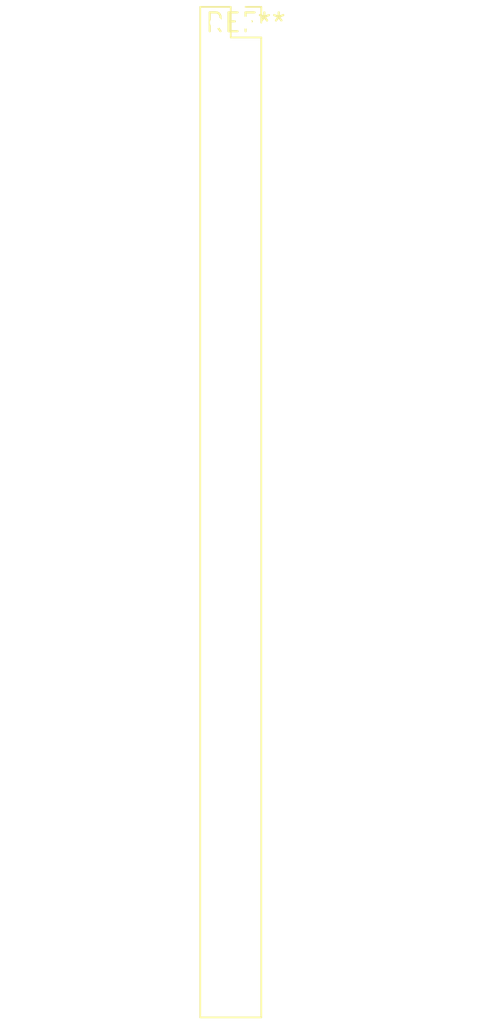
<source format=kicad_pcb>
(kicad_pcb (version 20240108) (generator pcbnew)
  (layers (0 "F.Cu" signal) (31 "B.Cu" signal) (34 "B.Paste" user) (35 "F.Paste" user) (36 "B.SilkS" user "B.Silkscreen") (37 "F.SilkS" user "F.Silkscreen") (38 "B.Mask" user) (39 "F.Mask" user) (44 "Edge.Cuts" user))
  (net 0 "")
  (footprint "PinSocket_2x34_P2.00mm_Vertical" (layer "F.Cu") (at 0 0)
    (property "Reference" "REF**")
    (property "Value" "PinSocket_2x34_P2.00mm_Vertical")
    (fp_line (start -3.06 -1.06) (end -3.06 67.06) (layer "F.SilkS") (stroke (width 0.12)))
    (fp_line (start -3.06 -1.06) (end -1 -1.06) (layer "F.SilkS") (stroke (width 0.12)))
    (fp_line (start -3.06 67.06) (end 1.06 67.06) (layer "F.SilkS") (stroke (width 0.12)))
    (fp_line (start -1 -1.06) (end -1 1) (layer "F.SilkS") (stroke (width 0.12)))
    (fp_line (start -1 1) (end 1.06 1) (layer "F.SilkS") (stroke (width 0.12)))
    (fp_line (start 0 -1.06) (end 1.06 -1.06) (layer "F.SilkS") (stroke (width 0.12)))
    (fp_line (start 1.06 -1.06) (end 1.06 0) (layer "F.SilkS") (stroke (width 0.12)))
    (fp_line (start 1.06 1) (end 1.06 67.06) (layer "F.SilkS") (stroke (width 0.12)))
    (pad "1" thru_hole rect (at 0 0) (size 1.35 1.35) (drill 0.8) (layers *.Cu *.Mask) (remove_unused_layers))
    (pad "2" thru_hole oval (at -2 0) (size 1.35 1.35) (drill 0.8) (layers *.Cu *.Mask) (remove_unused_layers))
    (pad "3" thru_hole oval (at 0 2) (size 1.35 1.35) (drill 0.8) (layers *.Cu *.Mask) (remove_unused_layers))
    (pad "4" thru_hole oval (at -2 2) (size 1.35 1.35) (drill 0.8) (layers *.Cu *.Mask) (remove_unused_layers))
    (pad "5" thru_hole oval (at 0 4) (size 1.35 1.35) (drill 0.8) (layers *.Cu *.Mask) (remove_unused_layers))
    (pad "6" thru_hole oval (at -2 4) (size 1.35 1.35) (drill 0.8) (layers *.Cu *.Mask) (remove_unused_layers))
    (pad "7" thru_hole oval (at 0 6) (size 1.35 1.35) (drill 0.8) (layers *.Cu *.Mask) (remove_unused_layers))
    (pad "8" thru_hole oval (at -2 6) (size 1.35 1.35) (drill 0.8) (layers *.Cu *.Mask) (remove_unused_layers))
    (pad "9" thru_hole oval (at 0 8) (size 1.35 1.35) (drill 0.8) (layers *.Cu *.Mask) (remove_unused_layers))
    (pad "10" thru_hole oval (at -2 8) (size 1.35 1.35) (drill 0.8) (layers *.Cu *.Mask) (remove_unused_layers))
    (pad "11" thru_hole oval (at 0 10) (size 1.35 1.35) (drill 0.8) (layers *.Cu *.Mask) (remove_unused_layers))
    (pad "12" thru_hole oval (at -2 10) (size 1.35 1.35) (drill 0.8) (layers *.Cu *.Mask) (remove_unused_layers))
    (pad "13" thru_hole oval (at 0 12) (size 1.35 1.35) (drill 0.8) (layers *.Cu *.Mask) (remove_unused_layers))
    (pad "14" thru_hole oval (at -2 12) (size 1.35 1.35) (drill 0.8) (layers *.Cu *.Mask) (remove_unused_layers))
    (pad "15" thru_hole oval (at 0 14) (size 1.35 1.35) (drill 0.8) (layers *.Cu *.Mask) (remove_unused_layers))
    (pad "16" thru_hole oval (at -2 14) (size 1.35 1.35) (drill 0.8) (layers *.Cu *.Mask) (remove_unused_layers))
    (pad "17" thru_hole oval (at 0 16) (size 1.35 1.35) (drill 0.8) (layers *.Cu *.Mask) (remove_unused_layers))
    (pad "18" thru_hole oval (at -2 16) (size 1.35 1.35) (drill 0.8) (layers *.Cu *.Mask) (remove_unused_layers))
    (pad "19" thru_hole oval (at 0 18) (size 1.35 1.35) (drill 0.8) (layers *.Cu *.Mask) (remove_unused_layers))
    (pad "20" thru_hole oval (at -2 18) (size 1.35 1.35) (drill 0.8) (layers *.Cu *.Mask) (remove_unused_layers))
    (pad "21" thru_hole oval (at 0 20) (size 1.35 1.35) (drill 0.8) (layers *.Cu *.Mask) (remove_unused_layers))
    (pad "22" thru_hole oval (at -2 20) (size 1.35 1.35) (drill 0.8) (layers *.Cu *.Mask) (remove_unused_layers))
    (pad "23" thru_hole oval (at 0 22) (size 1.35 1.35) (drill 0.8) (layers *.Cu *.Mask) (remove_unused_layers))
    (pad "24" thru_hole oval (at -2 22) (size 1.35 1.35) (drill 0.8) (layers *.Cu *.Mask) (remove_unused_layers))
    (pad "25" thru_hole oval (at 0 24) (size 1.35 1.35) (drill 0.8) (layers *.Cu *.Mask) (remove_unused_layers))
    (pad "26" thru_hole oval (at -2 24) (size 1.35 1.35) (drill 0.8) (layers *.Cu *.Mask) (remove_unused_layers))
    (pad "27" thru_hole oval (at 0 26) (size 1.35 1.35) (drill 0.8) (layers *.Cu *.Mask) (remove_unused_layers))
    (pad "28" thru_hole oval (at -2 26) (size 1.35 1.35) (drill 0.8) (layers *.Cu *.Mask) (remove_unused_layers))
    (pad "29" thru_hole oval (at 0 28) (size 1.35 1.35) (drill 0.8) (layers *.Cu *.Mask) (remove_unused_layers))
    (pad "30" thru_hole oval (at -2 28) (size 1.35 1.35) (drill 0.8) (layers *.Cu *.Mask) (remove_unused_layers))
    (pad "31" thru_hole oval (at 0 30) (size 1.35 1.35) (drill 0.8) (layers *.Cu *.Mask) (remove_unused_layers))
    (pad "32" thru_hole oval (at -2 30) (size 1.35 1.35) (drill 0.8) (layers *.Cu *.Mask) (remove_unused_layers))
    (pad "33" thru_hole oval (at 0 32) (size 1.35 1.35) (drill 0.8) (layers *.Cu *.Mask) (remove_unused_layers))
    (pad "34" thru_hole oval (at -2 32) (size 1.35 1.35) (drill 0.8) (layers *.Cu *.Mask) (remove_unused_layers))
    (pad "35" thru_hole oval (at 0 34) (size 1.35 1.35) (drill 0.8) (layers *.Cu *.Mask) (remove_unused_layers))
    (pad "36" thru_hole oval (at -2 34) (size 1.35 1.35) (drill 0.8) (layers *.Cu *.Mask) (remove_unused_layers))
    (pad "37" thru_hole oval (at 0 36) (size 1.35 1.35) (drill 0.8) (layers *.Cu *.Mask) (remove_unused_layers))
    (pad "38" thru_hole oval (at -2 36) (size 1.35 1.35) (drill 0.8) (layers *.Cu *.Mask) (remove_unused_layers))
    (pad "39" thru_hole oval (at 0 38) (size 1.35 1.35) (drill 0.8) (layers *.Cu *.Mask) (remove_unused_layers))
    (pad "40" thru_hole oval (at -2 38) (size 1.35 1.35) (drill 0.8) (layers *.Cu *.Mask) (remove_unused_layers))
    (pad "41" thru_hole oval (at 0 40) (size 1.35 1.35) (drill 0.8) (layers *.Cu *.Mask) (remove_unused_layers))
    (pad "42" thru_hole oval (at -2 40) (size 1.35 1.35) (drill 0.8) (layers *.Cu *.Mask) (remove_unused_layers))
    (pad "43" thru_hole oval (at 0 42) (size 1.35 1.35) (drill 0.8) (layers *.Cu *.Mask) (remove_unused_layers))
    (pad "44" thru_hole oval (at -2 42) (size 1.35 1.35) (drill 0.8) (layers *.Cu *.Mask) (remove_unused_layers))
    (pad "45" thru_hole oval (at 0 44) (size 1.35 1.35) (drill 0.8) (layers *.Cu *.Mask) (remove_unused_layers))
    (pad "46" thru_hole oval (at -2 44) (size 1.35 1.35) (drill 0.8) (layers *.Cu *.Mask) (remove_unused_layers))
    (pad "47" thru_hole oval (at 0 46) (size 1.35 1.35) (drill 0.8) (layers *.Cu *.Mask) (remove_unused_layers))
    (pad "48" thru_hole oval (at -2 46) (size 1.35 1.35) (drill 0.8) (layers *.Cu *.Mask) (remove_unused_layers))
    (pad "49" thru_hole oval (at 0 48) (size 1.35 1.35) (drill 0.8) (layers *.Cu *.Mask) (remove_unused_layers))
    (pad "50" thru_hole oval (at -2 48) (size 1.35 1.35) (drill 0.8) (layers *.Cu *.Mask) (remove_unused_layers))
    (pad "51" thru_hole oval (at 0 50) (size 1.35 1.35) (drill 0.8) (layers *.Cu *.Mask) (remove_unused_layers))
    (pad "52" thru_hole oval (at -2 50) (size 1.35 1.35) (drill 0.8) (layers *.Cu *.Mask) (remove_unused_layers))
    (pad "53" thru_hole oval (at 0 52) (size 1.35 1.35) (drill 0.8) (layers *.Cu *.Mask) (remove_unused_layers))
    (pad "54" thru_hole oval (at -2 52) (size 1.35 1.35) (drill 0.8) (layers *.Cu *.Mask) (remove_unused_layers))
    (pad "55" thru_hole oval (at 0 54) (size 1.35 1.35) (drill 0.8) (layers *.Cu *.Mask) (remove_unused_layers))
    (pad "56" thru_hole oval (at -2 54) (size 1.35 1.35) (drill 0.8) (layers *.Cu *.Mask) (remove_unused_layers))
    (pad "57" thru_hole oval (at 0 56) (size 1.35 1.35) (drill 0.8) (layers *.Cu *.Mask) (remove_unused_layers))
    (pad "58" thru_hole oval (at -2 56) (size 1.35 1.35) (drill 0.8) (layers *.Cu *.Mask) (remove_unused_layers))
    (pad "59" thru_hole oval (at 0 58) (size 1.35 1.35) (drill 0.8) (layers *.Cu *.Mask) (remove_unused_layers))
    (pad "60" thru_hole oval (at -2 58) (size 1.35 1.35) (drill 0.8) (layers *.Cu *.Mask) (remove_unused_layers))
    (pad "61" thru_hole oval (at 0 60) (size 1.35 1.35) (drill 0.8) (layers *.Cu *.Mask) (remove_unused_layers))
    (pad "62" thru_hole oval (at -2 60) (size 1.35 1.35) (drill 0.8) (layers *.Cu *.Mask) (remove_unused_layers))
    (pad "63" thru_hole oval (at 0 62) (size 1.35 1.35) (drill 0.8) (layers *.Cu *.Mask) (remove_unused_layers))
    (pad "64" thru_hole oval (at -2 62) (size 1.35 1.35) (drill 0.8) (layers *.Cu *.Mask) (remove_unused_layers))
    (pad "65" thru_hole oval (at 0 64) (size 1.35 1.35) (drill 0.8) (layers *.Cu *.Mask) (remove_unused_layers))
    (pad "66" thru_hole oval (at -2 64) (size 1.35 1.35) (drill 0.8) (layers *.Cu *.Mask) (remove_unused_layers))
    (pad "67" thru_hole oval (at 0 66) (size 1.35 1.35) (drill 0.8) (layers *.Cu *.Mask) (remove_unused_layers))
    (pad "68" thru_hole oval (at -2 66) (size 1.35 1.35) (drill 0.8) (layers *.Cu *.Mask) (remove_unused_layers))
  )
)
</source>
